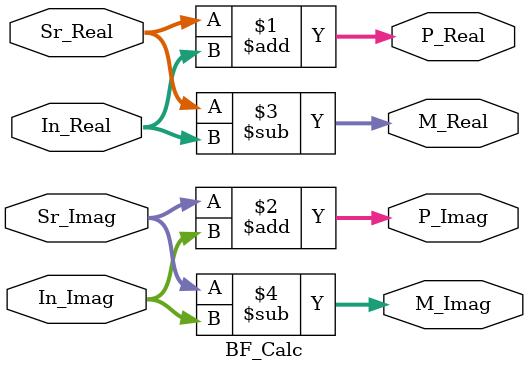
<source format=v>
module BF_Calc#(
    parameter BW = 16
)
(
    input wire signed [BW-1:0] In_Real,
    input wire signed [BW-1:0] In_Imag,
    input wire signed [BW-1:0] Sr_Real,
    input wire signed [BW-1:0] Sr_Imag,

    output wire signed [BW:0]  P_Real,
    output wire signed [BW:0]  P_Imag,
    output wire signed [BW:0]  M_Real,
    output wire signed [BW:0]  M_Imag
);

assign P_Real = Sr_Real + In_Real;
assign P_Imag = Sr_Imag + In_Imag;
assign M_Real = Sr_Real - In_Real;
assign M_Imag = Sr_Imag - In_Imag;

endmodule
</source>
